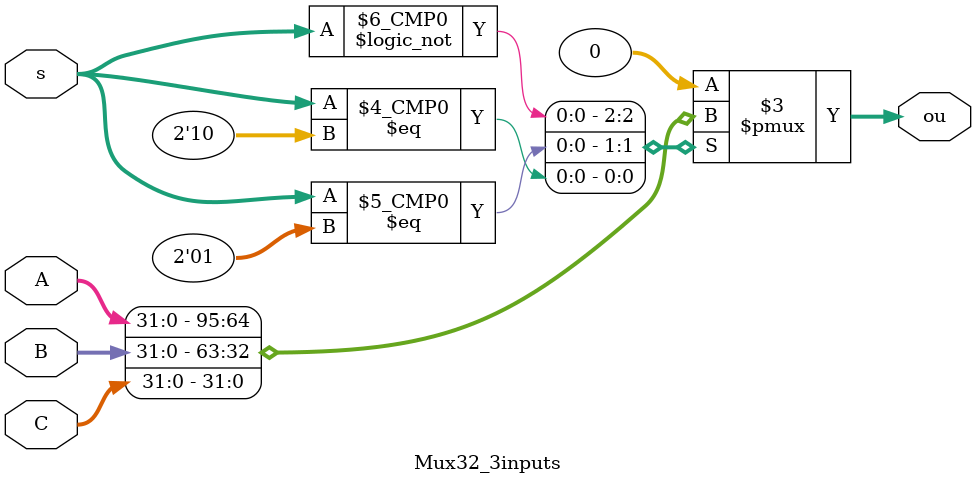
<source format=v>
`timescale 1ns / 1ps


module Mux32_3inputs(input [31:0] A, input [31:0] B, input [31:0] C, input [1:0] s, output reg [31:0] ou);

always@(*)
begin

    case (s)
    
        2'b00: ou = A;
        2'b01: ou = B;
        2'b10: ou = C;
    
    default: ou = 2'b00;
    endcase
end

endmodule

</source>
